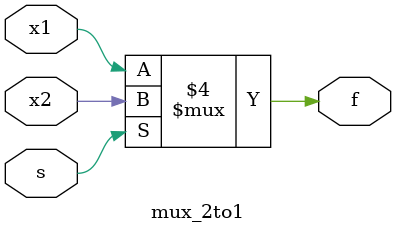
<source format=v>
module mux_2to1 (
  input x1, x2, s,
  output reg f
);

  always @* begin
    if (s == 0) begin
      f = x1;
    end
    else begin
      f = x2;
    end
  end
endmodule

</source>
